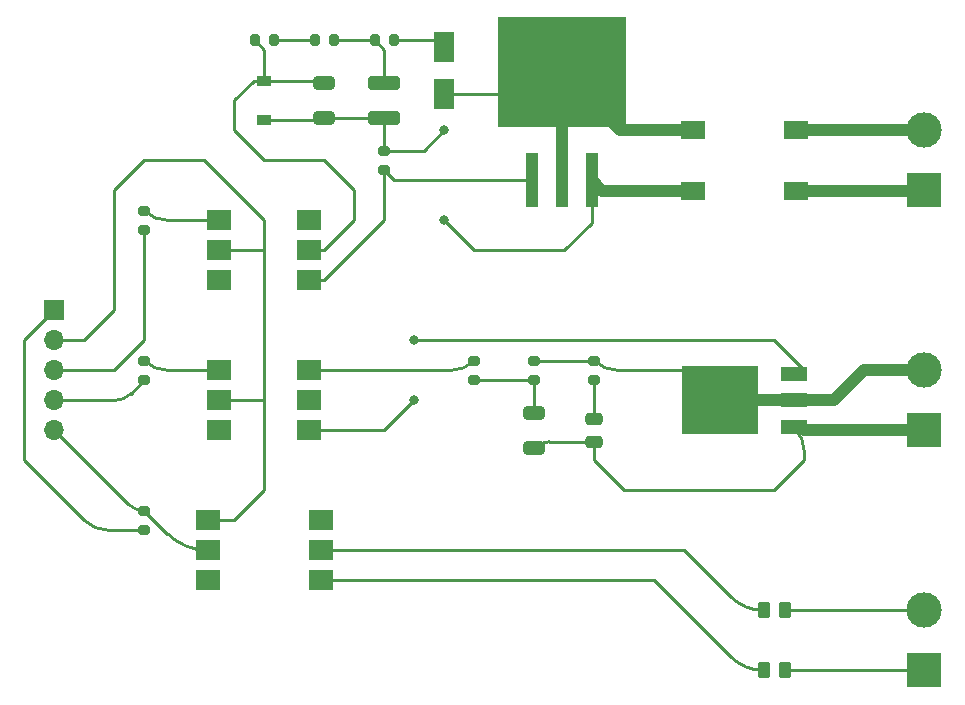
<source format=gtl>
%TF.GenerationSoftware,KiCad,Pcbnew,(6.0.0)*%
%TF.CreationDate,2022-01-23T10:28:26+01:00*%
%TF.ProjectId,prototype,70726f74-6f74-4797-9065-2e6b69636164,rev?*%
%TF.SameCoordinates,Original*%
%TF.FileFunction,Copper,L1,Top*%
%TF.FilePolarity,Positive*%
%FSLAX46Y46*%
G04 Gerber Fmt 4.6, Leading zero omitted, Abs format (unit mm)*
G04 Created by KiCad (PCBNEW (6.0.0)) date 2022-01-23 10:28:27*
%MOMM*%
%LPD*%
G01*
G04 APERTURE LIST*
G04 Aperture macros list*
%AMRoundRect*
0 Rectangle with rounded corners*
0 $1 Rounding radius*
0 $2 $3 $4 $5 $6 $7 $8 $9 X,Y pos of 4 corners*
0 Add a 4 corners polygon primitive as box body*
4,1,4,$2,$3,$4,$5,$6,$7,$8,$9,$2,$3,0*
0 Add four circle primitives for the rounded corners*
1,1,$1+$1,$2,$3*
1,1,$1+$1,$4,$5*
1,1,$1+$1,$6,$7*
1,1,$1+$1,$8,$9*
0 Add four rect primitives between the rounded corners*
20,1,$1+$1,$2,$3,$4,$5,0*
20,1,$1+$1,$4,$5,$6,$7,0*
20,1,$1+$1,$6,$7,$8,$9,0*
20,1,$1+$1,$8,$9,$2,$3,0*%
G04 Aperture macros list end*
%TA.AperFunction,SMDPad,CuDef*%
%ADD10R,1.800000X2.500000*%
%TD*%
%TA.AperFunction,SMDPad,CuDef*%
%ADD11R,2.000000X1.780000*%
%TD*%
%TA.AperFunction,SMDPad,CuDef*%
%ADD12R,1.200000X0.900000*%
%TD*%
%TA.AperFunction,ComponentPad*%
%ADD13R,1.700000X1.700000*%
%TD*%
%TA.AperFunction,ComponentPad*%
%ADD14O,1.700000X1.700000*%
%TD*%
%TA.AperFunction,SMDPad,CuDef*%
%ADD15RoundRect,0.200000X-0.275000X0.200000X-0.275000X-0.200000X0.275000X-0.200000X0.275000X0.200000X0*%
%TD*%
%TA.AperFunction,SMDPad,CuDef*%
%ADD16RoundRect,0.200000X0.200000X0.275000X-0.200000X0.275000X-0.200000X-0.275000X0.200000X-0.275000X0*%
%TD*%
%TA.AperFunction,SMDPad,CuDef*%
%ADD17RoundRect,0.250000X-0.475000X0.250000X-0.475000X-0.250000X0.475000X-0.250000X0.475000X0.250000X0*%
%TD*%
%TA.AperFunction,ComponentPad*%
%ADD18R,3.000000X3.000000*%
%TD*%
%TA.AperFunction,ComponentPad*%
%ADD19C,3.000000*%
%TD*%
%TA.AperFunction,SMDPad,CuDef*%
%ADD20RoundRect,0.250000X-0.650000X0.325000X-0.650000X-0.325000X0.650000X-0.325000X0.650000X0.325000X0*%
%TD*%
%TA.AperFunction,SMDPad,CuDef*%
%ADD21RoundRect,0.250000X-1.100000X0.325000X-1.100000X-0.325000X1.100000X-0.325000X1.100000X0.325000X0*%
%TD*%
%TA.AperFunction,SMDPad,CuDef*%
%ADD22R,2.200000X1.200000*%
%TD*%
%TA.AperFunction,SMDPad,CuDef*%
%ADD23R,6.400000X5.800000*%
%TD*%
%TA.AperFunction,SMDPad,CuDef*%
%ADD24RoundRect,0.200000X0.275000X-0.200000X0.275000X0.200000X-0.275000X0.200000X-0.275000X-0.200000X0*%
%TD*%
%TA.AperFunction,SMDPad,CuDef*%
%ADD25R,1.100000X4.600000*%
%TD*%
%TA.AperFunction,SMDPad,CuDef*%
%ADD26R,10.800000X9.400000*%
%TD*%
%TA.AperFunction,SMDPad,CuDef*%
%ADD27RoundRect,0.250000X0.262500X0.450000X-0.262500X0.450000X-0.262500X-0.450000X0.262500X-0.450000X0*%
%TD*%
%TA.AperFunction,SMDPad,CuDef*%
%ADD28R,2.000000X1.500000*%
%TD*%
%TA.AperFunction,ViaPad*%
%ADD29C,0.800000*%
%TD*%
%TA.AperFunction,Conductor*%
%ADD30C,0.250000*%
%TD*%
%TA.AperFunction,Conductor*%
%ADD31C,1.000000*%
%TD*%
G04 APERTURE END LIST*
D10*
%TO.P,D6,1,K*%
%TO.N,Net-(D6-Pad1)*%
X134620000Y-48800000D03*
%TO.P,D6,2,A*%
%TO.N,Net-(D2-Pad1)*%
X134620000Y-52800000D03*
%TD*%
D11*
%TO.P,U3,1*%
%TO.N,Net-(R12-Pad1)*%
X115570000Y-76200000D03*
%TO.P,U3,2*%
%TO.N,GND*%
X115570000Y-78740000D03*
%TO.P,U3,3,NC*%
%TO.N,unconnected-(U3-Pad3)*%
X115570000Y-81280000D03*
%TO.P,U3,4*%
%TO.N,Net-(Q2-Pad3)*%
X123190000Y-81280000D03*
%TO.P,U3,5,NC*%
%TO.N,unconnected-(U3-Pad5)*%
X123190000Y-78740000D03*
%TO.P,U3,6*%
%TO.N,Net-(R11-Pad2)*%
X123190000Y-76200000D03*
%TD*%
D12*
%TO.P,D1,1,K*%
%TO.N,Net-(C1-Pad1)*%
X119380000Y-51690000D03*
%TO.P,D1,2,A*%
%TO.N,Net-(C1-Pad2)*%
X119380000Y-54990000D03*
%TD*%
D13*
%TO.P,J1,1,Pin_1*%
%TO.N,+3V3*%
X101600000Y-71120000D03*
D14*
%TO.P,J1,2,Pin_2*%
%TO.N,GND*%
X101600000Y-73660000D03*
%TO.P,J1,3,Pin_3*%
%TO.N,Net-(J1-Pad3)*%
X101600000Y-76200000D03*
%TO.P,J1,4,Pin_4*%
%TO.N,Net-(J1-Pad4)*%
X101600000Y-78740000D03*
%TO.P,J1,5,Pin_5*%
%TO.N,Net-(J1-Pad5)*%
X101600000Y-81280000D03*
%TD*%
D15*
%TO.P,R1,1*%
%TO.N,Net-(R1-Pad1)*%
X109220000Y-62675000D03*
%TO.P,R1,2*%
%TO.N,Net-(J1-Pad3)*%
X109220000Y-64325000D03*
%TD*%
D16*
%TO.P,R3,1*%
%TO.N,Net-(R3-Pad1)*%
X120205000Y-48260000D03*
%TO.P,R3,2*%
%TO.N,Net-(C1-Pad1)*%
X118555000Y-48260000D03*
%TD*%
D15*
%TO.P,R12,1*%
%TO.N,Net-(R12-Pad1)*%
X109220000Y-75375000D03*
%TO.P,R12,2*%
%TO.N,Net-(J1-Pad4)*%
X109220000Y-77025000D03*
%TD*%
D11*
%TO.P,U1,1*%
%TO.N,Net-(R1-Pad1)*%
X115570000Y-63500000D03*
%TO.P,U1,2*%
%TO.N,GND*%
X115570000Y-66040000D03*
%TO.P,U1,3,NC*%
%TO.N,unconnected-(U1-Pad3)*%
X115570000Y-68580000D03*
%TO.P,U1,4*%
%TO.N,Net-(Q1-Pad1)*%
X123190000Y-68580000D03*
%TO.P,U1,5*%
%TO.N,Net-(C1-Pad1)*%
X123190000Y-66040000D03*
%TO.P,U1,6*%
%TO.N,unconnected-(U1-Pad6)*%
X123190000Y-63500000D03*
%TD*%
D17*
%TO.P,C3,1*%
%TO.N,Net-(C3-Pad1)*%
X147320000Y-80330000D03*
%TO.P,C3,2*%
%TO.N,Net-(C3-Pad2)*%
X147320000Y-82230000D03*
%TD*%
D18*
%TO.P,J2,1,Pin_1*%
%TO.N,Net-(D2-Pad3)*%
X175260000Y-60960000D03*
D19*
%TO.P,J2,2,Pin_2*%
%TO.N,Net-(D2-Pad4)*%
X175260000Y-55880000D03*
%TD*%
D20*
%TO.P,C1,1*%
%TO.N,Net-(C1-Pad1)*%
X124460000Y-51865000D03*
%TO.P,C1,2*%
%TO.N,Net-(C1-Pad2)*%
X124460000Y-54815000D03*
%TD*%
D21*
%TO.P,C2,1*%
%TO.N,Net-(C2-Pad1)*%
X129540000Y-51865000D03*
%TO.P,C2,2*%
%TO.N,Net-(C1-Pad2)*%
X129540000Y-54815000D03*
%TD*%
D15*
%TO.P,R9,1*%
%TO.N,Net-(Q2-Pad2)*%
X147320000Y-75375000D03*
%TO.P,R9,2*%
%TO.N,Net-(C3-Pad1)*%
X147320000Y-77025000D03*
%TD*%
D16*
%TO.P,R5,1*%
%TO.N,Net-(D6-Pad1)*%
X130365000Y-48260000D03*
%TO.P,R5,2*%
%TO.N,Net-(C2-Pad1)*%
X128715000Y-48260000D03*
%TD*%
D22*
%TO.P,Q2,1,A1*%
%TO.N,Net-(C3-Pad2)*%
X164220000Y-81020000D03*
D23*
%TO.P,Q2,2,A2*%
%TO.N,Net-(Q2-Pad2)*%
X157920000Y-78740000D03*
D22*
X164220000Y-78740000D03*
%TO.P,Q2,3,G*%
%TO.N,Net-(Q2-Pad3)*%
X164220000Y-76460000D03*
%TD*%
D18*
%TO.P,J4,1,Pin_1*%
%TO.N,Net-(C3-Pad2)*%
X175260000Y-81280000D03*
D19*
%TO.P,J4,2,Pin_2*%
%TO.N,Net-(Q2-Pad2)*%
X175260000Y-76200000D03*
%TD*%
D24*
%TO.P,R2,1*%
%TO.N,Net-(Q1-Pad1)*%
X129540000Y-59245000D03*
%TO.P,R2,2*%
%TO.N,Net-(C1-Pad2)*%
X129540000Y-57595000D03*
%TD*%
D18*
%TO.P,J3,1,Pin_1*%
%TO.N,Net-(J3-Pad1)*%
X175260000Y-101600000D03*
D19*
%TO.P,J3,2,Pin_2*%
%TO.N,Net-(J3-Pad2)*%
X175260000Y-96520000D03*
%TD*%
D25*
%TO.P,Q1,1,G*%
%TO.N,Net-(Q1-Pad1)*%
X142005000Y-60065000D03*
D26*
%TO.P,Q1,2,D*%
%TO.N,Net-(D2-Pad1)*%
X144545000Y-50915000D03*
D25*
X144545000Y-60065000D03*
%TO.P,Q1,3,S*%
%TO.N,Net-(C1-Pad2)*%
X147085000Y-60065000D03*
%TD*%
D15*
%TO.P,R8,1*%
%TO.N,Net-(J1-Pad5)*%
X109220000Y-88075000D03*
%TO.P,R8,2*%
%TO.N,+3V3*%
X109220000Y-89725000D03*
%TD*%
%TO.P,R10,1*%
%TO.N,Net-(Q2-Pad2)*%
X142240000Y-75375000D03*
%TO.P,R10,2*%
%TO.N,Net-(C4-Pad1)*%
X142240000Y-77025000D03*
%TD*%
D11*
%TO.P,U2,1*%
%TO.N,Net-(R6-Pad2)*%
X124145000Y-93980000D03*
%TO.P,U2,2*%
%TO.N,Net-(R7-Pad2)*%
X124145000Y-91440000D03*
%TO.P,U2,3,NC*%
%TO.N,unconnected-(U2-Pad3)*%
X124145000Y-88900000D03*
%TO.P,U2,4*%
%TO.N,GND*%
X114615000Y-88900000D03*
%TO.P,U2,5*%
%TO.N,Net-(J1-Pad5)*%
X114615000Y-91440000D03*
%TO.P,U2,6*%
%TO.N,unconnected-(U2-Pad6)*%
X114615000Y-93980000D03*
%TD*%
D16*
%TO.P,R4,1*%
%TO.N,Net-(C2-Pad1)*%
X125285000Y-48260000D03*
%TO.P,R4,2*%
%TO.N,Net-(R3-Pad1)*%
X123635000Y-48260000D03*
%TD*%
D27*
%TO.P,R6,1*%
%TO.N,Net-(J3-Pad1)*%
X163472500Y-101600000D03*
%TO.P,R6,2*%
%TO.N,Net-(R6-Pad2)*%
X161647500Y-101600000D03*
%TD*%
D20*
%TO.P,C4,1*%
%TO.N,Net-(C4-Pad1)*%
X142240000Y-79805000D03*
%TO.P,C4,2*%
%TO.N,Net-(C3-Pad2)*%
X142240000Y-82755000D03*
%TD*%
D27*
%TO.P,R7,1*%
%TO.N,Net-(J3-Pad2)*%
X163472500Y-96520000D03*
%TO.P,R7,2*%
%TO.N,Net-(R7-Pad2)*%
X161647500Y-96520000D03*
%TD*%
D24*
%TO.P,R11,1*%
%TO.N,Net-(C4-Pad1)*%
X137160000Y-77025000D03*
%TO.P,R11,2*%
%TO.N,Net-(R11-Pad2)*%
X137160000Y-75375000D03*
%TD*%
D28*
%TO.P,D2,1,+*%
%TO.N,Net-(D2-Pad1)*%
X155650000Y-55870000D03*
%TO.P,D2,2,-*%
%TO.N,Net-(C1-Pad2)*%
X155650000Y-60970000D03*
%TO.P,D2,3*%
%TO.N,Net-(D2-Pad3)*%
X164390000Y-60970000D03*
%TO.P,D2,4*%
%TO.N,Net-(D2-Pad4)*%
X164390000Y-55870000D03*
%TD*%
D29*
%TO.N,Net-(C1-Pad2)*%
X134620000Y-55880000D03*
X134620000Y-63500000D03*
%TO.N,Net-(Q2-Pad3)*%
X132080000Y-78740000D03*
X132080000Y-73660000D03*
%TD*%
D30*
%TO.N,Net-(C1-Pad1)*%
X119380000Y-51690000D02*
X118490000Y-51690000D01*
X124285000Y-51690000D02*
X124460000Y-51865000D01*
X127000000Y-60960000D02*
X127000000Y-63500000D01*
X124460000Y-66040000D02*
X123190000Y-66040000D01*
X124460000Y-58420000D02*
X127000000Y-60960000D01*
X127000000Y-63500000D02*
X124460000Y-66040000D01*
X116840000Y-53340000D02*
X116840000Y-55880000D01*
X119380000Y-58420000D02*
X124460000Y-58420000D01*
X118555000Y-48260000D02*
X119380000Y-49085000D01*
X119380000Y-49085000D02*
X119380000Y-51690000D01*
X118490000Y-51690000D02*
X116840000Y-53340000D01*
X116840000Y-55880000D02*
X119380000Y-58420000D01*
X119380000Y-51690000D02*
X124285000Y-51690000D01*
%TO.N,Net-(C1-Pad2)*%
X124285000Y-54990000D02*
X124460000Y-54815000D01*
X132905000Y-57595000D02*
X134620000Y-55880000D01*
X134620000Y-63500000D02*
X137160000Y-66040000D01*
X129540000Y-57595000D02*
X132905000Y-57595000D01*
X124460000Y-54815000D02*
X129540000Y-54815000D01*
D31*
X155650000Y-60970000D02*
X147990000Y-60970000D01*
D30*
X147085000Y-63735000D02*
X147085000Y-60065000D01*
X119380000Y-54990000D02*
X124285000Y-54990000D01*
X137160000Y-66040000D02*
X144780000Y-66040000D01*
X129540000Y-54815000D02*
X129540000Y-57595000D01*
D31*
X147990000Y-60970000D02*
X147085000Y-60065000D01*
D30*
X144780000Y-66040000D02*
X147085000Y-63735000D01*
%TO.N,Net-(C2-Pad1)*%
X129540000Y-49085000D02*
X129540000Y-51865000D01*
X128715000Y-48260000D02*
X125285000Y-48260000D01*
X128715000Y-48260000D02*
X129540000Y-49085000D01*
%TO.N,Net-(C3-Pad1)*%
X147320000Y-77025000D02*
X147320000Y-80330000D01*
%TO.N,Net-(C3-Pad2)*%
X143507462Y-82230000D02*
X147320000Y-82230000D01*
X147320000Y-83820000D02*
X149860000Y-86360000D01*
X162560000Y-86360000D02*
X165100000Y-83820000D01*
X165100000Y-83820000D02*
X165100000Y-83144507D01*
X164220000Y-81020000D02*
X164472305Y-81020000D01*
X147320000Y-82230000D02*
X147320000Y-83820000D01*
X149860000Y-86360000D02*
X162560000Y-86360000D01*
D31*
X165100000Y-81280000D02*
X175260000Y-81280000D01*
D30*
X165100000Y-81280000D02*
G75*
G03*
X164472305Y-81020000I-627696J-627697D01*
G01*
X143507462Y-82230000D02*
G75*
G03*
X142240000Y-82755000I-1J-1792459D01*
G01*
X164220000Y-81020000D02*
G75*
G02*
X165100000Y-83144507I-2124504J-2124506D01*
G01*
%TO.N,Net-(C4-Pad1)*%
X142240000Y-77025000D02*
X142240000Y-79805000D01*
X142240000Y-77025000D02*
X137160000Y-77025000D01*
D31*
%TO.N,Net-(D2-Pad1)*%
X144545000Y-60065000D02*
X144545000Y-50915000D01*
D30*
X142660000Y-52800000D02*
X144545000Y-50915000D01*
X134620000Y-52800000D02*
X142660000Y-52800000D01*
D31*
X155650000Y-55870000D02*
X149500000Y-55870000D01*
X149500000Y-55870000D02*
X144545000Y-50915000D01*
D30*
%TO.N,Net-(D6-Pad1)*%
X130365000Y-48260000D02*
X134620000Y-48260000D01*
X134620000Y-48260000D02*
X134620000Y-48800000D01*
%TO.N,+3V3*%
X106131726Y-89725000D02*
X109220000Y-89725000D01*
X99060000Y-83820000D02*
X104140000Y-88900000D01*
X99060000Y-73660000D02*
X99060000Y-83820000D01*
X101600000Y-71120000D02*
X99060000Y-73660000D01*
X106131726Y-89724999D02*
G75*
G02*
X104140001Y-88899999I-4J2816716D01*
G01*
%TO.N,GND*%
X104140000Y-73660000D02*
X101600000Y-73660000D01*
X115570000Y-78740000D02*
X119380000Y-78740000D01*
X119380000Y-63500000D02*
X114300000Y-58420000D01*
X115570000Y-66040000D02*
X119380000Y-66040000D01*
X106680000Y-71120000D02*
X104140000Y-73660000D01*
X114615000Y-88900000D02*
X116840000Y-88900000D01*
X114300000Y-58420000D02*
X109220000Y-58420000D01*
X119380000Y-66040000D02*
X119380000Y-63500000D01*
X119380000Y-66040000D02*
X119380000Y-78740000D01*
X119380000Y-86360000D02*
X119380000Y-78740000D01*
X109220000Y-58420000D02*
X106680000Y-60960000D01*
X116840000Y-88900000D02*
X119380000Y-86360000D01*
X106680000Y-60960000D02*
X106680000Y-71120000D01*
%TO.N,Net-(J1-Pad3)*%
X106680000Y-76200000D02*
X101600000Y-76200000D01*
X109220000Y-64325000D02*
X109220000Y-73660000D01*
X109220000Y-73660000D02*
X106680000Y-76200000D01*
%TO.N,Net-(J1-Pad4)*%
X109220000Y-77025000D02*
X108088363Y-78156637D01*
X106680000Y-78740000D02*
X101600000Y-78740000D01*
X106680000Y-78740000D02*
G75*
G03*
X108088363Y-78156637I1J1991723D01*
G01*
%TO.N,Net-(J1-Pad5)*%
X114165480Y-91440000D02*
X114165480Y-91626197D01*
X101600000Y-81280000D02*
X107811637Y-87491637D01*
X109220000Y-88075000D02*
X111149573Y-90004573D01*
X114165480Y-91626197D02*
X114297142Y-91757859D01*
X109220000Y-88075000D02*
G75*
G02*
X107811637Y-87491637I-1J1991723D01*
G01*
X114615000Y-91440000D02*
G75*
G02*
X111149573Y-90004573I-2J4900848D01*
G01*
%TO.N,Net-(J3-Pad1)*%
X175260000Y-101600000D02*
X163472500Y-101600000D01*
%TO.N,Net-(J3-Pad2)*%
X175260000Y-96520000D02*
X163472500Y-96520000D01*
%TO.N,Net-(Q1-Pad1)*%
X129540000Y-59245000D02*
X130360000Y-60065000D01*
X123190000Y-68580000D02*
X124460000Y-68580000D01*
X129540000Y-63500000D02*
X129540000Y-59245000D01*
X130360000Y-60065000D02*
X142005000Y-60065000D01*
X124460000Y-68580000D02*
X129540000Y-63500000D01*
%TO.N,Net-(Q2-Pad3)*%
X132080000Y-78740000D02*
X129540000Y-81280000D01*
X164472305Y-76460000D02*
X164220000Y-76460000D01*
X162560000Y-73660000D02*
X132080000Y-73660000D01*
X129540000Y-81280000D02*
X123190000Y-81280000D01*
X162560000Y-73660000D02*
X165100000Y-76200000D01*
X164472305Y-76459999D02*
G75*
G03*
X165099999Y-76199999I-1J887696D01*
G01*
%TO.N,Net-(R1-Pad1)*%
X115570000Y-63500000D02*
X111211726Y-63500000D01*
X109220000Y-62675000D02*
G75*
G03*
X111211726Y-63500000I1991724J1991722D01*
G01*
%TO.N,Net-(R3-Pad1)*%
X120205000Y-48260000D02*
X123635000Y-48260000D01*
%TO.N,Net-(R6-Pad2)*%
X152400000Y-93980000D02*
X158869183Y-100449184D01*
X152400000Y-93980000D02*
X124145000Y-93980000D01*
X158869183Y-100449184D02*
G75*
G03*
X161647500Y-101600000I2778316J2778316D01*
G01*
%TO.N,Net-(R7-Pad2)*%
X158869183Y-95369184D02*
X154940000Y-91440000D01*
X154940000Y-91440000D02*
X124145000Y-91440000D01*
X158869183Y-95369184D02*
G75*
G03*
X161647500Y-96520000I2778316J2778316D01*
G01*
%TO.N,Net-(R11-Pad2)*%
X135168274Y-76200000D02*
X123190000Y-76200000D01*
X135168274Y-76199999D02*
G75*
G03*
X137159999Y-75374999I-3J2816732D01*
G01*
%TO.N,Net-(R12-Pad1)*%
X111211726Y-76200000D02*
X115570000Y-76200000D01*
X111211726Y-76199999D02*
G75*
G02*
X109220001Y-75374999I-4J2816716D01*
G01*
%TO.N,Net-(D2-Pad3)*%
X175250000Y-60970000D02*
X175260000Y-60960000D01*
D31*
X164390000Y-60970000D02*
X175250000Y-60970000D01*
D30*
%TO.N,Net-(D2-Pad4)*%
X175250000Y-55870000D02*
X175260000Y-55880000D01*
D31*
X164390000Y-55870000D02*
X175250000Y-55870000D01*
%TO.N,Net-(Q2-Pad2)*%
X164220000Y-78740000D02*
X167640000Y-78740000D01*
D30*
X149311726Y-76200000D02*
X154940000Y-76200000D01*
D31*
X170180000Y-76200000D02*
X175260000Y-76200000D01*
X164220000Y-78740000D02*
X157920000Y-78740000D01*
D30*
X142240000Y-75375000D02*
X147320000Y-75375000D01*
D31*
X167640000Y-78740000D02*
X170180000Y-76200000D01*
D30*
X155691127Y-76511127D02*
X157920000Y-78740000D01*
X149311726Y-76199999D02*
G75*
G02*
X147320001Y-75374999I-4J2816716D01*
G01*
X155691127Y-76511127D02*
G75*
G03*
X154940000Y-76200000I-751126J-751124D01*
G01*
%TD*%
M02*

</source>
